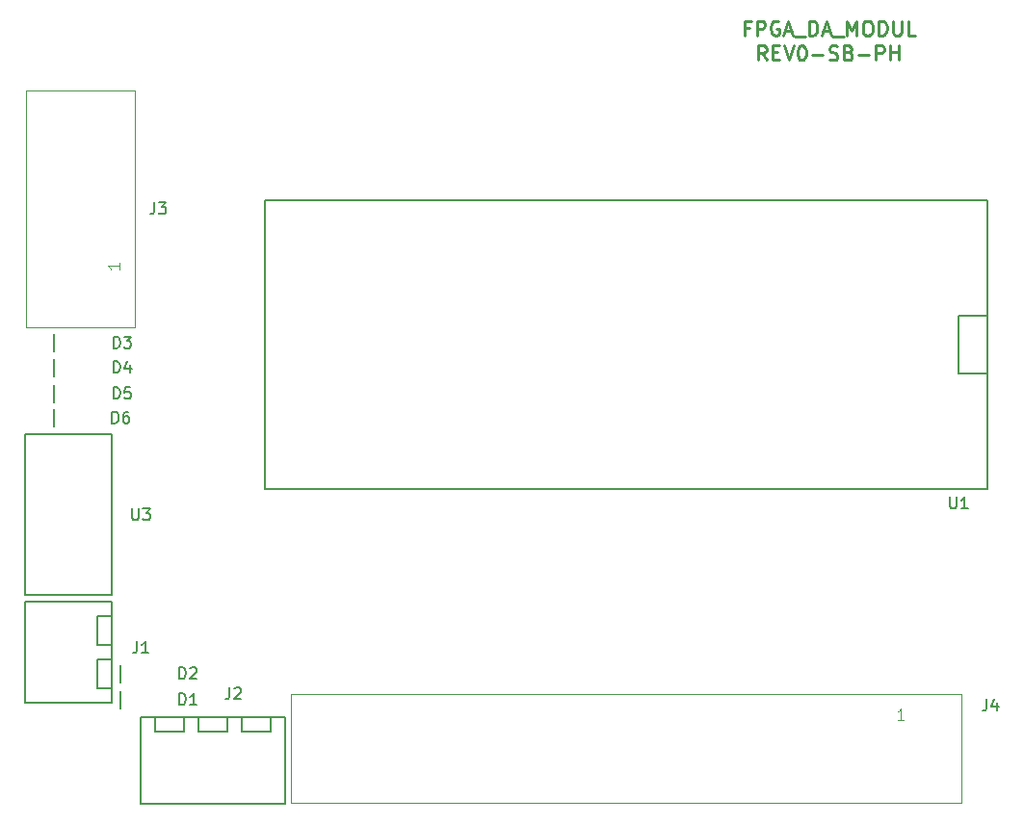
<source format=gbr>
G04 #@! TF.FileFunction,Legend,Top*
%FSLAX46Y46*%
G04 Gerber Fmt 4.6, Leading zero omitted, Abs format (unit mm)*
G04 Created by KiCad (PCBNEW 4.0.6) date 04/24/18 14:39:14*
%MOMM*%
%LPD*%
G01*
G04 APERTURE LIST*
%ADD10C,0.100000*%
%ADD11C,0.250000*%
%ADD12C,0.150000*%
%ADD13C,0.120000*%
G04 APERTURE END LIST*
D10*
D11*
X63627001Y68224214D02*
X63203668Y68224214D01*
X63203668Y67558976D02*
X63203668Y68828976D01*
X63808430Y68828976D01*
X64292239Y67558976D02*
X64292239Y68828976D01*
X64776048Y68828976D01*
X64897001Y68768500D01*
X64957477Y68708024D01*
X65017953Y68587071D01*
X65017953Y68405643D01*
X64957477Y68284690D01*
X64897001Y68224214D01*
X64776048Y68163738D01*
X64292239Y68163738D01*
X66227477Y68768500D02*
X66106525Y68828976D01*
X65925096Y68828976D01*
X65743668Y68768500D01*
X65622715Y68647548D01*
X65562239Y68526595D01*
X65501763Y68284690D01*
X65501763Y68103262D01*
X65562239Y67861357D01*
X65622715Y67740405D01*
X65743668Y67619452D01*
X65925096Y67558976D01*
X66046048Y67558976D01*
X66227477Y67619452D01*
X66287953Y67679929D01*
X66287953Y68103262D01*
X66046048Y68103262D01*
X66771763Y67921833D02*
X67376525Y67921833D01*
X66650810Y67558976D02*
X67074144Y68828976D01*
X67497477Y67558976D01*
X67618429Y67438024D02*
X68586048Y67438024D01*
X68888429Y67558976D02*
X68888429Y68828976D01*
X69190810Y68828976D01*
X69372238Y68768500D01*
X69493191Y68647548D01*
X69553667Y68526595D01*
X69614143Y68284690D01*
X69614143Y68103262D01*
X69553667Y67861357D01*
X69493191Y67740405D01*
X69372238Y67619452D01*
X69190810Y67558976D01*
X68888429Y67558976D01*
X70097953Y67921833D02*
X70702715Y67921833D01*
X69977000Y67558976D02*
X70400334Y68828976D01*
X70823667Y67558976D01*
X70944619Y67438024D02*
X71912238Y67438024D01*
X72214619Y67558976D02*
X72214619Y68828976D01*
X72637952Y67921833D01*
X73061286Y68828976D01*
X73061286Y67558976D01*
X73907953Y68828976D02*
X74149857Y68828976D01*
X74270810Y68768500D01*
X74391762Y68647548D01*
X74452238Y68405643D01*
X74452238Y67982310D01*
X74391762Y67740405D01*
X74270810Y67619452D01*
X74149857Y67558976D01*
X73907953Y67558976D01*
X73787000Y67619452D01*
X73666048Y67740405D01*
X73605572Y67982310D01*
X73605572Y68405643D01*
X73666048Y68647548D01*
X73787000Y68768500D01*
X73907953Y68828976D01*
X74996524Y67558976D02*
X74996524Y68828976D01*
X75298905Y68828976D01*
X75480333Y68768500D01*
X75601286Y68647548D01*
X75661762Y68526595D01*
X75722238Y68284690D01*
X75722238Y68103262D01*
X75661762Y67861357D01*
X75601286Y67740405D01*
X75480333Y67619452D01*
X75298905Y67558976D01*
X74996524Y67558976D01*
X76266524Y68828976D02*
X76266524Y67800881D01*
X76327000Y67679929D01*
X76387476Y67619452D01*
X76508429Y67558976D01*
X76750333Y67558976D01*
X76871286Y67619452D01*
X76931762Y67679929D01*
X76992238Y67800881D01*
X76992238Y68828976D01*
X78201762Y67558976D02*
X77597000Y67558976D01*
X77597000Y68828976D01*
X65169143Y65403976D02*
X64745810Y66008738D01*
X64443429Y65403976D02*
X64443429Y66673976D01*
X64927238Y66673976D01*
X65048191Y66613500D01*
X65108667Y66553024D01*
X65169143Y66432071D01*
X65169143Y66250643D01*
X65108667Y66129690D01*
X65048191Y66069214D01*
X64927238Y66008738D01*
X64443429Y66008738D01*
X65713429Y66069214D02*
X66136762Y66069214D01*
X66318191Y65403976D02*
X65713429Y65403976D01*
X65713429Y66673976D01*
X66318191Y66673976D01*
X66681048Y66673976D02*
X67104382Y65403976D01*
X67527715Y66673976D01*
X68192953Y66673976D02*
X68313905Y66673976D01*
X68434857Y66613500D01*
X68495334Y66553024D01*
X68555810Y66432071D01*
X68616286Y66190167D01*
X68616286Y65887786D01*
X68555810Y65645881D01*
X68495334Y65524929D01*
X68434857Y65464452D01*
X68313905Y65403976D01*
X68192953Y65403976D01*
X68072000Y65464452D01*
X68011524Y65524929D01*
X67951048Y65645881D01*
X67890572Y65887786D01*
X67890572Y66190167D01*
X67951048Y66432071D01*
X68011524Y66553024D01*
X68072000Y66613500D01*
X68192953Y66673976D01*
X69160572Y65887786D02*
X70128191Y65887786D01*
X70672477Y65464452D02*
X70853905Y65403976D01*
X71156286Y65403976D01*
X71277239Y65464452D01*
X71337715Y65524929D01*
X71398191Y65645881D01*
X71398191Y65766833D01*
X71337715Y65887786D01*
X71277239Y65948262D01*
X71156286Y66008738D01*
X70914382Y66069214D01*
X70793429Y66129690D01*
X70732953Y66190167D01*
X70672477Y66311119D01*
X70672477Y66432071D01*
X70732953Y66553024D01*
X70793429Y66613500D01*
X70914382Y66673976D01*
X71216762Y66673976D01*
X71398191Y66613500D01*
X72365810Y66069214D02*
X72547239Y66008738D01*
X72607715Y65948262D01*
X72668191Y65827310D01*
X72668191Y65645881D01*
X72607715Y65524929D01*
X72547239Y65464452D01*
X72426286Y65403976D01*
X71942477Y65403976D01*
X71942477Y66673976D01*
X72365810Y66673976D01*
X72486763Y66613500D01*
X72547239Y66553024D01*
X72607715Y66432071D01*
X72607715Y66311119D01*
X72547239Y66190167D01*
X72486763Y66129690D01*
X72365810Y66069214D01*
X71942477Y66069214D01*
X73212477Y65887786D02*
X74180096Y65887786D01*
X74784858Y65403976D02*
X74784858Y66673976D01*
X75268667Y66673976D01*
X75389620Y66613500D01*
X75450096Y66553024D01*
X75510572Y66432071D01*
X75510572Y66250643D01*
X75450096Y66129690D01*
X75389620Y66069214D01*
X75268667Y66008738D01*
X74784858Y66008738D01*
X76054858Y65403976D02*
X76054858Y66673976D01*
X76054858Y66069214D02*
X76780572Y66069214D01*
X76780572Y65403976D02*
X76780572Y66673976D01*
D12*
X84582000Y42926000D02*
X82042000Y42926000D01*
X82042000Y42926000D02*
X82042000Y37846000D01*
X82042000Y37846000D02*
X84582000Y37846000D01*
X21082000Y53086000D02*
X21082000Y27686000D01*
X21082000Y27686000D02*
X84582000Y27686000D01*
X84582000Y27686000D02*
X84582000Y53086000D01*
X84582000Y53086000D02*
X21082000Y53086000D01*
D13*
X26000Y41914000D02*
X26000Y62734000D01*
X26000Y62734000D02*
X9626000Y62734000D01*
X9626000Y62734000D02*
X9626000Y41914000D01*
X9626000Y41914000D02*
X26000Y41914000D01*
D12*
X8382000Y9906000D02*
X8382000Y8382000D01*
X8382000Y12192000D02*
X8382000Y10668000D01*
X2540000Y41275000D02*
X2540000Y39751000D01*
X2540000Y39116000D02*
X2540000Y37592000D01*
X2540000Y36830000D02*
X2540000Y35306000D01*
X2540000Y34671000D02*
X2540000Y33147000D01*
X0Y17780000D02*
X0Y8890000D01*
X7620000Y17780000D02*
X7620000Y8890000D01*
X7620000Y8890000D02*
X0Y8890000D01*
X0Y17780000D02*
X7620000Y17780000D01*
X7620000Y12700000D02*
X6350000Y12700000D01*
X6350000Y12700000D02*
X6350000Y10160000D01*
X6350000Y10160000D02*
X7620000Y10160000D01*
X7620000Y16510000D02*
X6350000Y16510000D01*
X6350000Y16510000D02*
X6350000Y13970000D01*
X6350000Y13970000D02*
X7620000Y13970000D01*
X6350000Y17780000D02*
X7620000Y17780000D01*
X10160000Y7620000D02*
X22860000Y7620000D01*
X22860000Y7620000D02*
X22860000Y0D01*
X22860000Y0D02*
X10160000Y0D01*
X10160000Y0D02*
X10160000Y7620000D01*
X19050000Y7620000D02*
X19050000Y6350000D01*
X19050000Y6350000D02*
X21590000Y6350000D01*
X21590000Y6350000D02*
X21590000Y7620000D01*
X15240000Y7620000D02*
X15240000Y6350000D01*
X15240000Y6350000D02*
X17780000Y6350000D01*
X17780000Y6350000D02*
X17780000Y7620000D01*
X11430000Y7620000D02*
X11430000Y6350000D01*
X11430000Y6350000D02*
X13970000Y6350000D01*
X13970000Y6350000D02*
X13970000Y7620000D01*
D13*
X82292000Y26000D02*
X23372000Y26000D01*
X23372000Y26000D02*
X23372000Y9626000D01*
X23372000Y9626000D02*
X82292000Y9626000D01*
X82292000Y9626000D02*
X82292000Y26000D01*
D12*
X0Y32448500D02*
X0Y18351500D01*
X0Y18351500D02*
X7620000Y18351500D01*
X7620000Y18351500D02*
X7620000Y32448500D01*
X7620000Y32448500D02*
X0Y32448500D01*
X81280095Y26963619D02*
X81280095Y26154095D01*
X81327714Y26058857D01*
X81375333Y26011238D01*
X81470571Y25963619D01*
X81661048Y25963619D01*
X81756286Y26011238D01*
X81803905Y26058857D01*
X81851524Y26154095D01*
X81851524Y26963619D01*
X82851524Y25963619D02*
X82280095Y25963619D01*
X82565809Y25963619D02*
X82565809Y26963619D01*
X82470571Y26820762D01*
X82375333Y26725524D01*
X82280095Y26677905D01*
X11350667Y52871619D02*
X11350667Y52157333D01*
X11303047Y52014476D01*
X11207809Y51919238D01*
X11064952Y51871619D01*
X10969714Y51871619D01*
X11731619Y52871619D02*
X12350667Y52871619D01*
X12017333Y52490667D01*
X12160191Y52490667D01*
X12255429Y52443048D01*
X12303048Y52395429D01*
X12350667Y52300190D01*
X12350667Y52062095D01*
X12303048Y51966857D01*
X12255429Y51919238D01*
X12160191Y51871619D01*
X11874476Y51871619D01*
X11779238Y51919238D01*
X11731619Y51966857D01*
D13*
X8268381Y47549715D02*
X8268381Y46978286D01*
X8268381Y47264000D02*
X7268381Y47264000D01*
X7411238Y47168762D01*
X7506476Y47073524D01*
X7554095Y46978286D01*
D12*
X13549405Y8691619D02*
X13549405Y9691619D01*
X13787500Y9691619D01*
X13930358Y9644000D01*
X14025596Y9548762D01*
X14073215Y9453524D01*
X14120834Y9263048D01*
X14120834Y9120190D01*
X14073215Y8929714D01*
X14025596Y8834476D01*
X13930358Y8739238D01*
X13787500Y8691619D01*
X13549405Y8691619D01*
X15073215Y8691619D02*
X14501786Y8691619D01*
X14787500Y8691619D02*
X14787500Y9691619D01*
X14692262Y9548762D01*
X14597024Y9453524D01*
X14501786Y9405905D01*
X13549405Y10977619D02*
X13549405Y11977619D01*
X13787500Y11977619D01*
X13930358Y11930000D01*
X14025596Y11834762D01*
X14073215Y11739524D01*
X14120834Y11549048D01*
X14120834Y11406190D01*
X14073215Y11215714D01*
X14025596Y11120476D01*
X13930358Y11025238D01*
X13787500Y10977619D01*
X13549405Y10977619D01*
X14501786Y11882381D02*
X14549405Y11930000D01*
X14644643Y11977619D01*
X14882739Y11977619D01*
X14977977Y11930000D01*
X15025596Y11882381D01*
X15073215Y11787143D01*
X15073215Y11691905D01*
X15025596Y11549048D01*
X14454167Y10977619D01*
X15073215Y10977619D01*
X7770905Y40060619D02*
X7770905Y41060619D01*
X8009000Y41060619D01*
X8151858Y41013000D01*
X8247096Y40917762D01*
X8294715Y40822524D01*
X8342334Y40632048D01*
X8342334Y40489190D01*
X8294715Y40298714D01*
X8247096Y40203476D01*
X8151858Y40108238D01*
X8009000Y40060619D01*
X7770905Y40060619D01*
X8675667Y41060619D02*
X9294715Y41060619D01*
X8961381Y40679667D01*
X9104239Y40679667D01*
X9199477Y40632048D01*
X9247096Y40584429D01*
X9294715Y40489190D01*
X9294715Y40251095D01*
X9247096Y40155857D01*
X9199477Y40108238D01*
X9104239Y40060619D01*
X8818524Y40060619D01*
X8723286Y40108238D01*
X8675667Y40155857D01*
X7770905Y37901619D02*
X7770905Y38901619D01*
X8009000Y38901619D01*
X8151858Y38854000D01*
X8247096Y38758762D01*
X8294715Y38663524D01*
X8342334Y38473048D01*
X8342334Y38330190D01*
X8294715Y38139714D01*
X8247096Y38044476D01*
X8151858Y37949238D01*
X8009000Y37901619D01*
X7770905Y37901619D01*
X9199477Y38568286D02*
X9199477Y37901619D01*
X8961381Y38949238D02*
X8723286Y38234952D01*
X9342334Y38234952D01*
X7770905Y35615619D02*
X7770905Y36615619D01*
X8009000Y36615619D01*
X8151858Y36568000D01*
X8247096Y36472762D01*
X8294715Y36377524D01*
X8342334Y36187048D01*
X8342334Y36044190D01*
X8294715Y35853714D01*
X8247096Y35758476D01*
X8151858Y35663238D01*
X8009000Y35615619D01*
X7770905Y35615619D01*
X9247096Y36615619D02*
X8770905Y36615619D01*
X8723286Y36139429D01*
X8770905Y36187048D01*
X8866143Y36234667D01*
X9104239Y36234667D01*
X9199477Y36187048D01*
X9247096Y36139429D01*
X9294715Y36044190D01*
X9294715Y35806095D01*
X9247096Y35710857D01*
X9199477Y35663238D01*
X9104239Y35615619D01*
X8866143Y35615619D01*
X8770905Y35663238D01*
X8723286Y35710857D01*
X7643905Y33456619D02*
X7643905Y34456619D01*
X7882000Y34456619D01*
X8024858Y34409000D01*
X8120096Y34313762D01*
X8167715Y34218524D01*
X8215334Y34028048D01*
X8215334Y33885190D01*
X8167715Y33694714D01*
X8120096Y33599476D01*
X8024858Y33504238D01*
X7882000Y33456619D01*
X7643905Y33456619D01*
X9072477Y34456619D02*
X8882000Y34456619D01*
X8786762Y34409000D01*
X8739143Y34361381D01*
X8643905Y34218524D01*
X8596286Y34028048D01*
X8596286Y33647095D01*
X8643905Y33551857D01*
X8691524Y33504238D01*
X8786762Y33456619D01*
X8977239Y33456619D01*
X9072477Y33504238D01*
X9120096Y33551857D01*
X9167715Y33647095D01*
X9167715Y33885190D01*
X9120096Y33980429D01*
X9072477Y34028048D01*
X8977239Y34075667D01*
X8786762Y34075667D01*
X8691524Y34028048D01*
X8643905Y33980429D01*
X8596286Y33885190D01*
X9826667Y14263619D02*
X9826667Y13549333D01*
X9779047Y13406476D01*
X9683809Y13311238D01*
X9540952Y13263619D01*
X9445714Y13263619D01*
X10826667Y13263619D02*
X10255238Y13263619D01*
X10540952Y13263619D02*
X10540952Y14263619D01*
X10445714Y14120762D01*
X10350476Y14025524D01*
X10255238Y13977905D01*
X17954667Y10199619D02*
X17954667Y9485333D01*
X17907047Y9342476D01*
X17811809Y9247238D01*
X17668952Y9199619D01*
X17573714Y9199619D01*
X18383238Y10104381D02*
X18430857Y10152000D01*
X18526095Y10199619D01*
X18764191Y10199619D01*
X18859429Y10152000D01*
X18907048Y10104381D01*
X18954667Y10009143D01*
X18954667Y9913905D01*
X18907048Y9771048D01*
X18335619Y9199619D01*
X18954667Y9199619D01*
X84502667Y9183619D02*
X84502667Y8469333D01*
X84455047Y8326476D01*
X84359809Y8231238D01*
X84216952Y8183619D01*
X84121714Y8183619D01*
X85407429Y8850286D02*
X85407429Y8183619D01*
X85169333Y9231238D02*
X84931238Y8516952D01*
X85550286Y8516952D01*
D13*
X77227715Y7363619D02*
X76656286Y7363619D01*
X76942000Y7363619D02*
X76942000Y8363619D01*
X76846762Y8220762D01*
X76751524Y8125524D01*
X76656286Y8077905D01*
D12*
X9398095Y25947619D02*
X9398095Y25138095D01*
X9445714Y25042857D01*
X9493333Y24995238D01*
X9588571Y24947619D01*
X9779048Y24947619D01*
X9874286Y24995238D01*
X9921905Y25042857D01*
X9969524Y25138095D01*
X9969524Y25947619D01*
X10350476Y25947619D02*
X10969524Y25947619D01*
X10636190Y25566667D01*
X10779048Y25566667D01*
X10874286Y25519048D01*
X10921905Y25471429D01*
X10969524Y25376190D01*
X10969524Y25138095D01*
X10921905Y25042857D01*
X10874286Y24995238D01*
X10779048Y24947619D01*
X10493333Y24947619D01*
X10398095Y24995238D01*
X10350476Y25042857D01*
M02*

</source>
